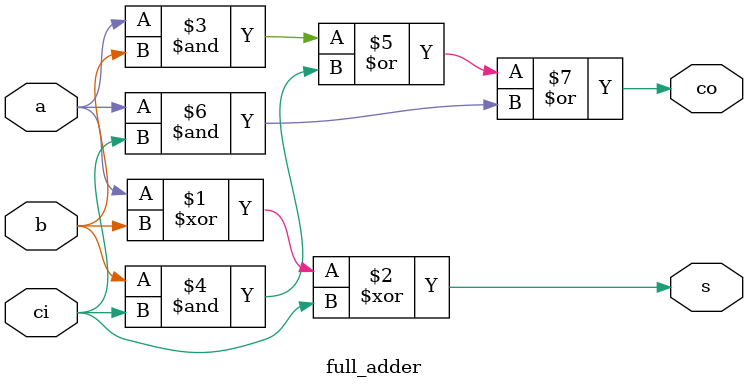
<source format=v>
module full_adder(a, b, s, ci, co);
    input a, b, ci;
    output s, co;

    assign s = a ^ b ^ ci;
    assign co = (a & b) | (b & ci) | (a & ci);

endmodule
</source>
